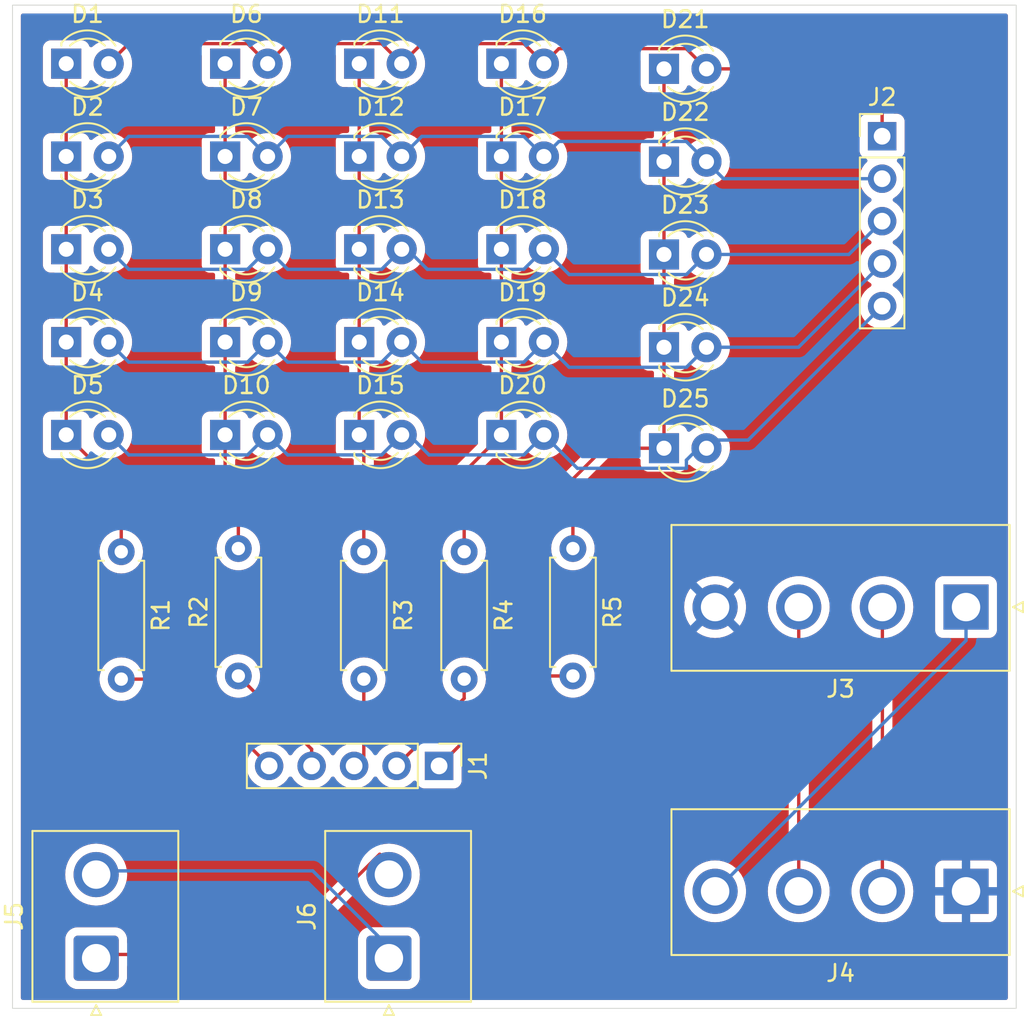
<source format=kicad_pcb>
(kicad_pcb (version 20240108) (generator "pcbnew") (generator_version "8.0")
  (layers (0 "F.Cu" signal) (31 "B.Cu" signal) (34 "B.Paste" user) (35 "F.Paste" user) (36 "B.SilkS" user "B.Silkscreen") (37 "F.SilkS" user "F.Silkscreen") (38 "B.Mask" user) (39 "F.Mask" user) (44 "Edge.Cuts" user))
  (net 0 "")
  (net 1 "Net-(D1-K)")
  (net 2 "Net-(D1-A)")
  (net 3 "Net-(D12-A)")
  (net 4 "Net-(D13-A)")
  (net 5 "Net-(D14-A)")
  (net 6 "Net-(D10-A)")
  (net 7 "Net-(D10-K)")
  (net 8 "Net-(D11-K)")
  (net 9 "Net-(D16-K)")
  (net 10 "Net-(D21-K)")
  (net 11 "Net-(J1-Pin_2)")
  (net 12 "Net-(J1-Pin_1)")
  (net 13 "Net-(J1-Pin_5)")
  (net 14 "Net-(J1-Pin_4)")
  (net 15 "Net-(J1-Pin_3)")
  (net 16 "Net-(J3-Pin_3)")
  (net 17 "+3V3")
  (net 18 "Net-(J3-Pin_2)")
  (net 19 "GND")
  (net 20 "/CAN_L")
  (net 21 "/CAN_H")
  (footprint "LED_THT:LED_D3.0mm" (layer "F.Cu") (at 129.725 58.55)
    (property "Reference" "D17" (at 1.27 -2.96 0) (layer "F.SilkS"))
    (property "Value" "LED")
    (fp_line (start -0.29 -1.236) (end -0.29 -1.08) (stroke (width 0.12)) (layer "F.SilkS"))
    (fp_line (start -0.29 1.08) (end -0.29 1.236) (stroke (width 0.12)) (layer "F.SilkS"))
    (fp_arc (start -0.29 -1.235516) (mid 1.366487 -1.987659) (end 2.942335 -1.078608) (stroke (width 0.12)) (layer "F.SilkS"))
    (fp_arc (start 0.229039 -1.08) (mid 1.270117 -1.5) (end 2.31113 -1.079837) (stroke (width 0.12)) (layer "F.SilkS"))
    (fp_arc (start 2.31113 1.079837) (mid 1.270117 1.5) (end 0.229039 1.08) (stroke (width 0.12)) (layer "F.SilkS"))
    (fp_arc (start 2.942335 1.078608) (mid 1.366487 1.987659) (end -0.29 1.235516) (stroke (width 0.12)) (layer "F.SilkS"))
    (pad "1" thru_hole rect (at 0 0) (size 1.8 1.8) (drill 0.9) (layers "*.Cu" "*.Mask") (net 9 "Net-(D16-K)"))
    (pad "2" thru_hole circle (at 2.54 0) (size 1.8 1.8) (drill 0.9) (layers "*.Cu" "*.Mask") (net 3 "Net-(D12-A)"))
  )
  (footprint "LED_THT:LED_D3.0mm" (layer "F.Cu") (at 129.725 64.1)
    (property "Reference" "D18" (at 1.27 -2.96 0) (layer "F.SilkS"))
    (property "Value" "LED")
    (fp_line (start -0.29 -1.236) (end -0.29 -1.08) (stroke (width 0.12)) (layer "F.SilkS"))
    (fp_line (start -0.29 1.08) (end -0.29 1.236) (stroke (width 0.12)) (layer "F.SilkS"))
    (fp_arc (start -0.29 -1.235516) (mid 1.366487 -1.987659) (end 2.942335 -1.078608) (stroke (width 0.12)) (layer "F.SilkS"))
    (fp_arc (start 0.229039 -1.08) (mid 1.270117 -1.5) (end 2.31113 -1.079837) (stroke (width 0.12)) (layer "F.SilkS"))
    (fp_arc (start 2.31113 1.079837) (mid 1.270117 1.5) (end 0.229039 1.08) (stroke (width 0.12)) (layer "F.SilkS"))
    (fp_arc (start 2.942335 1.078608) (mid 1.366487 1.987659) (end -0.29 1.235516) (stroke (width 0.12)) (layer "F.SilkS"))
    (pad "1" thru_hole rect (at 0 0) (size 1.8 1.8) (drill 0.9) (layers "*.Cu" "*.Mask") (net 9 "Net-(D16-K)"))
    (pad "2" thru_hole circle (at 2.54 0) (size 1.8 1.8) (drill 0.9) (layers "*.Cu" "*.Mask") (net 4 "Net-(D13-A)"))
  )
  (footprint "LED_THT:LED_D3.0mm" (layer "F.Cu") (at 129.725 75.2)
    (property "Reference" "D20" (at 1.27 -2.96 0) (layer "F.SilkS"))
    (property "Value" "LED")
    (fp_line (start -0.29 -1.236) (end -0.29 -1.08) (stroke (width 0.12)) (layer "F.SilkS"))
    (fp_line (start -0.29 1.08) (end -0.29 1.236) (stroke (width 0.12)) (layer "F.SilkS"))
    (fp_arc (start -0.29 -1.235516) (mid 1.366487 -1.987659) (end 2.942335 -1.078608) (stroke (width 0.12)) (layer "F.SilkS"))
    (fp_arc (start 0.229039 -1.08) (mid 1.270117 -1.5) (end 2.31113 -1.079837) (stroke (width 0.12)) (layer "F.SilkS"))
    (fp_arc (start 2.31113 1.079837) (mid 1.270117 1.5) (end 0.229039 1.08) (stroke (width 0.12)) (layer "F.SilkS"))
    (fp_arc (start 2.942335 1.078608) (mid 1.366487 1.987659) (end -0.29 1.235516) (stroke (width 0.12)) (layer "F.SilkS"))
    (pad "1" thru_hole rect (at 0 0) (size 1.8 1.8) (drill 0.9) (layers "*.Cu" "*.Mask") (net 9 "Net-(D16-K)"))
    (pad "2" thru_hole circle (at 2.54 0) (size 1.8 1.8) (drill 0.9) (layers "*.Cu" "*.Mask") (net 6 "Net-(D10-A)"))
  )
  (footprint "Connector_JST:JST_NV_B04P-NV_1x04_P5.00mm_Vertical" (layer "F.Cu") (at 157.5 102.5 180)
    (property "Reference" "J4" (at 7.5 -4.9 360) (layer "F.SilkS"))
    (property "Value" "Conn_01x04")
    (fp_line (start 17.61 4.91) (end 17.61 -3.81) (stroke (width 0.12)) (layer "F.SilkS"))
    (fp_line (start 17.61 -3.81) (end -2.61 -3.81) (stroke (width 0.12)) (layer "F.SilkS"))
    (fp_line (start -2.61 4.91) (end 17.61 4.91) (stroke (width 0.12)) (layer "F.SilkS"))
    (fp_line (start -2.61 -3.81) (end -2.61 4.91) (stroke (width 0.12)) (layer "F.SilkS"))
    (fp_line (start -2.81 0) (end -3.41 0.3) (stroke (width 0.12)) (layer "F.SilkS"))
    (fp_line (start -3.41 0.3) (end -3.41 -0.3) (stroke (width 0.12)) (layer "F.SilkS"))
    (fp_line (start -3.41 -0.3) (end -2.81 0) (stroke (width 0.12)) (layer "F.SilkS"))
    (pad "1" thru_hole rect (at 0 0 180) (size 2.7 2.7) (drill 1.7) (layers "*.Cu" "*.Mask") (net 19 "GND"))
    (pad "2" thru_hole circle (at 5 0 180) (size 2.7 2.7) (drill 1.7) (layers "*.Cu" "*.Mask") (net 18 "Net-(J3-Pin_2)"))
    (pad "3" thru_hole circle (at 10 0 180) (size 2.7 2.7) (drill 1.7) (layers "*.Cu" "*.Mask") (net 16 "Net-(J3-Pin_3)"))
    (pad "4" thru_hole circle (at 15 0 180) (size 2.7 2.7) (drill 1.7) (layers "*.Cu" "*.Mask") (net 17 "+3V3"))
  )
  (footprint "LED_THT:LED_D3.0mm" (layer "F.Cu") (at 103.71 75.2)
    (property "Reference" "D5" (at 1.27 -2.96 0) (layer "F.SilkS"))
    (property "Value" "LED")
    (fp_line (start -0.29 -1.236) (end -0.29 -1.08) (stroke (width 0.12)) (layer "F.SilkS"))
    (fp_line (start -0.29 1.08) (end -0.29 1.236) (stroke (width 0.12)) (layer "F.SilkS"))
    (fp_arc (start -0.29 -1.235516) (mid 1.366487 -1.987659) (end 2.942335 -1.078608) (stroke (width 0.12)) (layer "F.SilkS"))
    (fp_arc (start 0.229039 -1.08) (mid 1.270117 -1.5) (end 2.31113 -1.079837) (stroke (width 0.12)) (layer "F.SilkS"))
    (fp_arc (start 2.31113 1.079837) (mid 1.270117 1.5) (end 0.229039 1.08) (stroke (width 0.12)) (layer "F.SilkS"))
    (fp_arc (start 2.942335 1.078608) (mid 1.366487 1.987659) (end -0.29 1.235516) (stroke (width 0.12)) (layer "F.SilkS"))
    (pad "1" thru_hole rect (at 0 0) (size 1.8 1.8) (drill 0.9) (layers "*.Cu" "*.Mask") (net 1 "Net-(D1-K)"))
    (pad "2" thru_hole circle (at 2.54 0) (size 1.8 1.8) (drill 0.9) (layers "*.Cu" "*.Mask") (net 6 "Net-(D10-A)"))
  )
  (footprint "LED_THT:LED_D3.0mm" (layer "F.Cu") (at 103.71 58.55)
    (property "Reference" "D2" (at 1.27 -2.96 0) (layer "F.SilkS"))
    (property "Value" "LED")
    (fp_line (start -0.29 -1.236) (end -0.29 -1.08) (stroke (width 0.12)) (layer "F.SilkS"))
    (fp_line (start -0.29 1.08) (end -0.29 1.236) (stroke (width 0.12)) (layer "F.SilkS"))
    (fp_arc (start -0.29 -1.235516) (mid 1.366487 -1.987659) (end 2.942335 -1.078608) (stroke (width 0.12)) (layer "F.SilkS"))
    (fp_arc (start 0.229039 -1.08) (mid 1.270117 -1.5) (end 2.31113 -1.079837) (stroke (width 0.12)) (layer "F.SilkS"))
    (fp_arc (start 2.31113 1.079837) (mid 1.270117 1.5) (end 0.229039 1.08) (stroke (width 0.12)) (layer "F.SilkS"))
    (fp_arc (start 2.942335 1.078608) (mid 1.366487 1.987659) (end -0.29 1.235516) (stroke (width 0.12)) (layer "F.SilkS"))
    (pad "1" thru_hole rect (at 0 0) (size 1.8 1.8) (drill 0.9) (layers "*.Cu" "*.Mask") (net 1 "Net-(D1-K)"))
    (pad "2" thru_hole circle (at 2.54 0) (size 1.8 1.8) (drill 0.9) (layers "*.Cu" "*.Mask") (net 3 "Net-(D12-A)"))
  )
  (footprint "LED_THT:LED_D3.0mm" (layer "F.Cu") (at 121.225 53)
    (property "Reference" "D11" (at 1.27 -2.96 0) (layer "F.SilkS"))
    (property "Value" "LED")
    (fp_line (start -0.29 -1.236) (end -0.29 -1.08) (stroke (width 0.12)) (layer "F.SilkS"))
    (fp_line (start -0.29 1.08) (end -0.29 1.236) (stroke (width 0.12)) (layer "F.SilkS"))
    (fp_arc (start -0.29 -1.235516) (mid 1.366487 -1.987659) (end 2.942335 -1.078608) (stroke (width 0.12)) (layer "F.SilkS"))
    (fp_arc (start 0.229039 -1.08) (mid 1.270117 -1.5) (end 2.31113 -1.079837) (stroke (width 0.12)) (layer "F.SilkS"))
    (fp_arc (start 2.31113 1.079837) (mid 1.270117 1.5) (end 0.229039 1.08) (stroke (width 0.12)) (layer "F.SilkS"))
    (fp_arc (start 2.942335 1.078608) (mid 1.366487 1.987659) (end -0.29 1.235516) (stroke (width 0.12)) (layer "F.SilkS"))
    (pad "1" thru_hole rect (at 0 0) (size 1.8 1.8) (drill 0.9) (layers "*.Cu" "*.Mask") (net 8 "Net-(D11-K)"))
    (pad "2" thru_hole circle (at 2.54 0) (size 1.8 1.8) (drill 0.9) (layers "*.Cu" "*.Mask") (net 2 "Net-(D1-A)"))
  )
  (footprint "LED_THT:LED_D3.0mm" (layer "F.Cu") (at 103.71 53)
    (property "Reference" "D1" (at 1.27 -2.96 0) (layer "F.SilkS"))
    (property "Value" "LED")
    (fp_line (start -0.29 -1.236) (end -0.29 -1.08) (stroke (width 0.12)) (layer "F.SilkS"))
    (fp_line (start -0.29 1.08) (end -0.29 1.236) (stroke (width 0.12)) (layer "F.SilkS"))
    (fp_arc (start -0.29 -1.235516) (mid 1.366487 -1.987659) (end 2.942335 -1.078608) (stroke (width 0.12)) (layer "F.SilkS"))
    (fp_arc (start 0.229039 -1.08) (mid 1.270117 -1.5) (end 2.31113 -1.079837) (stroke (width 0.12)) (layer "F.SilkS"))
    (fp_arc (start 2.31113 1.079837) (mid 1.270117 1.5) (end 0.229039 1.08) (stroke (width 0.12)) (layer "F.SilkS"))
    (fp_arc (start 2.942335 1.078608) (mid 1.366487 1.987659) (end -0.29 1.235516) (stroke (width 0.12)) (layer "F.SilkS"))
    (pad "1" thru_hole rect (at 0 0) (size 1.8 1.8) (drill 0.9) (layers "*.Cu" "*.Mask") (net 1 "Net-(D1-K)"))
    (pad "2" thru_hole circle (at 2.54 0) (size 1.8 1.8) (drill 0.9) (layers "*.Cu" "*.Mask") (net 2 "Net-(D1-A)"))
  )
  (footprint "LED_THT:LED_D3.0mm" (layer "F.Cu") (at 121.225 75.2)
    (property "Reference" "D15" (at 1.27 -2.96 0) (layer "F.SilkS"))
    (property "Value" "LED")
    (fp_line (start -0.29 -1.236) (end -0.29 -1.08) (stroke (width 0.12)) (layer "F.SilkS"))
    (fp_line (start -0.29 1.08) (end -0.29 1.236) (stroke (width 0.12)) (layer "F.SilkS"))
    (fp_arc (start -0.29 -1.235516) (mid 1.366487 -1.987659) (end 2.942335 -1.078608) (stroke (width 0.12)) (layer "F.SilkS"))
    (fp_arc (start 0.229039 -1.08) (mid 1.270117 -1.5) (end 2.31113 -1.079837) (stroke (width 0.12)) (layer "F.SilkS"))
    (fp_arc (start 2.31113 1.079837) (mid 1.270117 1.5) (end 0.229039 1.08) (stroke (width 0.12)) (layer "F.SilkS"))
    (fp_arc (start 2.942335 1.078608) (mid 1.366487 1.987659) (end -0.29 1.235516) (stroke (width 0.12)) (layer "F.SilkS"))
    (pad "1" thru_hole rect (at 0 0) (size 1.8 1.8) (drill 0.9) (layers "*.Cu" "*.Mask") (net 8 "Net-(D11-K)"))
    (pad "2" thru_hole circle (at 2.54 0) (size 1.8 1.8) (drill 0.9) (layers "*.Cu" "*.Mask") (net 6 "Net-(D10-A)"))
  )
  (footprint "LED_THT:LED_D3.0mm" (layer "F.Cu") (at 121.225 58.55)
    (property "Reference" "D12" (at 1.27 -2.96 0) (layer "F.SilkS"))
    (property "Value" "LED")
    (fp_line (start -0.29 -1.236) (end -0.29 -1.08) (stroke (width 0.12)) (layer "F.SilkS"))
    (fp_line (start -0.29 1.08) (end -0.29 1.236) (stroke (width 0.12)) (layer "F.SilkS"))
    (fp_arc (start -0.29 -1.235516) (mid 1.366487 -1.987659) (end 2.942335 -1.078608) (stroke (width 0.12)) (layer "F.SilkS"))
    (fp_arc (start 0.229039 -1.08) (mid 1.270117 -1.5) (end 2.31113 -1.079837) (stroke (width 0.12)) (layer "F.SilkS"))
    (fp_arc (start 2.31113 1.079837) (mid 1.270117 1.5) (end 0.229039 1.08) (stroke (width 0.12)) (layer "F.SilkS"))
    (fp_arc (start 2.942335 1.078608) (mid 1.366487 1.987659) (end -0.29 1.235516) (stroke (width 0.12)) (layer "F.SilkS"))
    (pad "1" thru_hole rect (at 0 0) (size 1.8 1.8) (drill 0.9) (layers "*.Cu" "*.Mask") (net 8 "Net-(D11-K)"))
    (pad "2" thru_hole circle (at 2.54 0) (size 1.8 1.8) (drill 0.9) (layers "*.Cu" "*.Mask") (net 3 "Net-(D12-A)"))
  )
  (footprint "LED_THT:LED_D3.0mm" (layer "F.Cu") (at 113.21 69.65)
    (property "Reference" "D9" (at 1.27 -2.96 0) (layer "F.SilkS"))
    (property "Value" "LED")
    (fp_line (start -0.29 -1.236) (end -0.29 -1.08) (stroke (width 0.12)) (layer "F.SilkS"))
    (fp_line (start -0.29 1.08) (end -0.29 1.236) (stroke (width 0.12)) (layer "F.SilkS"))
    (fp_arc (start -0.29 -1.235516) (mid 1.366487 -1.987659) (end 2.942335 -1.078608) (stroke (width 0.12)) (layer "F.SilkS"))
    (fp_arc (start 0.229039 -1.08) (mid 1.270117 -1.5) (end 2.31113 -1.079837) (stroke (width 0.12)) (layer "F.SilkS"))
    (fp_arc (start 2.31113 1.079837) (mid 1.270117 1.5) (end 0.229039 1.08) (stroke (width 0.12)) (layer "F.SilkS"))
    (fp_arc (start 2.942335 1.078608) (mid 1.366487 1.987659) (end -0.29 1.235516) (stroke (width 0.12)) (layer "F.SilkS"))
    (pad "1" thru_hole rect (at 0 0) (size 1.8 1.8) (drill 0.9) (layers "*.Cu" "*.Mask") (net 7 "Net-(D10-K)"))
    (pad "2" thru_hole circle (at 2.54 0) (size 1.8 1.8) (drill 0.9) (layers "*.Cu" "*.Mask") (net 5 "Net-(D14-A)"))
  )
  (footprint "LED_THT:LED_D3.0mm" (layer "F.Cu") (at 113.21 53)
    (property "Reference" "D6" (at 1.27 -2.96 0) (layer "F.SilkS"))
    (property "Value" "LED")
    (fp_line (start -0.29 -1.236) (end -0.29 -1.08) (stroke (width 0.12)) (layer "F.SilkS"))
    (fp_line (start -0.29 1.08) (end -0.29 1.236) (stroke (width 0.12)) (layer "F.SilkS"))
    (fp_arc (start -0.29 -1.235516) (mid 1.366487 -1.987659) (end 2.942335 -1.078608) (stroke (width 0.12)) (layer "F.SilkS"))
    (fp_arc (start 0.229039 -1.08) (mid 1.270117 -1.5) (end 2.31113 -1.079837) (stroke (width 0.12)) (layer "F.SilkS"))
    (fp_arc (start 2.31113 1.079837) (mid 1.270117 1.5) (end 0.229039 1.08) (stroke (width 0.12)) (layer "F.SilkS"))
    (fp_arc (start 2.942335 1.078608) (mid 1.366487 1.987659) (end -0.29 1.235516) (stroke (width 0.12)) (layer "F.SilkS"))
    (pad "1" thru_hole rect (at 0 0) (size 1.8 1.8) (drill 0.9) (layers "*.Cu" "*.Mask") (net 7 "Net-(D10-K)"))
    (pad "2" thru_hole circle (at 2.54 0) (size 1.8 1.8) (drill 0.9) (layers "*.Cu" "*.Mask") (net 2 "Net-(D1-A)"))
  )
  (footprint "LED_THT:LED_D3.0mm" (layer "F.Cu") (at 113.21 64.1)
    (property "Reference" "D8" (at 1.27 -2.96 0) (layer "F.SilkS"))
    (property "Value" "LED")
    (fp_line (start -0.29 -1.236) (end -0.29 -1.08) (stroke (width 0.12)) (layer "F.SilkS"))
    (fp_line (start -0.29 1.08) (end -0.29 1.236) (stroke (width 0.12)) (layer "F.SilkS"))
    (fp_arc (start -0.29 -1.235516) (mid 1.366487 -1.987659) (end 2.942335 -1.078608) (stroke (width 0.12)) (layer "F.SilkS"))
    (fp_arc (start 0.229039 -1.08) (mid 1.270117 -1.5) (end 2.31113 -1.079837) (stroke (width 0.12)) (layer "F.SilkS"))
    (fp_arc (start 2.31113 1.079837) (mid 1.270117 1.5) (end 0.229039 1.08) (stroke (width 0.12)) (layer "F.SilkS"))
    (fp_arc (start 2.942335 1.078608) (mid 1.366487 1.987659) (end -0.29 1.235516) (stroke (width 0.12)) (layer "F.SilkS"))
    (pad "1" thru_hole rect (at 0 0) (size 1.8 1.8) (drill 0.9) (layers "*.Cu" "*.Mask") (net 7 "Net-(D10-K)"))
    (pad "2" thru_hole circle (at 2.54 0) (size 1.8 1.8) (drill 0.9) (layers "*.Cu" "*.Mask") (net 4 "Net-(D13-A)"))
  )
  (footprint "LED_THT:LED_D3.0mm" (layer "F.Cu") (at 129.725 53)
    (property "Reference" "D16" (at 1.27 -2.96 0) (layer "F.SilkS"))
    (property "Value" "LED")
    (fp_line (start -0.29 -1.236) (end -0.29 -1.08) (stroke (width 0.12)) (layer "F.SilkS"))
    (fp_line (start -0.29 1.08) (end -0.29 1.236) (stroke (width 0.12)) (layer "F.SilkS"))
    (fp_arc (start -0.29 -1.235516) (mid 1.366487 -1.987659) (end 2.942335 -1.078608) (stroke (width 0.12)) (layer "F.SilkS"))
    (fp_arc (start 0.229039 -1.08) (mid 1.270117 -1.5) (end 2.31113 -1.079837) (stroke (width 0.12)) (layer "F.SilkS"))
    (fp_arc (start 2.31113 1.079837) (mid 1.270117 1.5) (end 0.229039 1.08) (stroke (width 0.12)) (layer "F.SilkS"))
    (fp_arc (start 2.942335 1.078608) (mid 1.366487 1.987659) (end -0.29 1.235516) (stroke (width 0.12)) (layer "F.SilkS"))
    (pad "1" thru_hole rect (at 0 0) (size 1.8 1.8) (drill 0.9) (layers "*.Cu" "*.Mask") (net 9 "Net-(D16-K)"))
    (pad "2" thru_hole circle (at 2.54 0) (size 1.8 1.8) (drill 0.9) (layers "*.Cu" "*.Mask") (net 2 "Net-(D1-A)"))
  )
  (footprint "LED_THT:LED_D3.0mm" (layer "F.Cu") (at 113.21 75.2)
    (property "Reference" "D10" (at 1.27 -2.96 0) (layer "F.SilkS"))
    (property "Value" "LED")
    (fp_line (start -0.29 -1.236) (end -0.29 -1.08) (stroke (width 0.12)) (layer "F.SilkS"))
    (fp_line (start -0.29 1.08) (end -0.29 1.236) (stroke (width 0.12)) (layer "F.SilkS"))
    (fp_arc (start -0.29 -1.235516) (mid 1.366487 -1.987659) (end 2.942335 -1.078608) (stroke (width 0.12)) (layer "F.SilkS"))
    (fp_arc (start 0.229039 -1.08) (mid 1.270117 -1.5) (end 2.31113 -1.079837) (stroke (width 0.12)) (layer "F.SilkS"))
    (fp_arc (start 2.31113 1.079837) (mid 1.270117 1.5) (end 0.229039 1.08) (stroke (width 0.12)) (layer "F.SilkS"))
    (fp_arc (start 2.942335 1.078608) (mid 1.366487 1.987659) (end -0.29 1.235516) (stroke (width 0.12)) (layer "F.SilkS"))
    (pad "1" thru_hole rect (at 0 0) (size 1.8 1.8) (drill 0.9) (layers "*.Cu" "*.Mask") (net 7 "Net-(D10-K)"))
    (pad "2" thru_hole circle (at 2.54 0) (size 1.8 1.8) (drill 0.9) (layers "*.Cu" "*.Mask") (net 6 "Net-(D10-A)"))
  )
  (footprint "Resistor_THT:R_Axial_DIN0207_L6.3mm_D2.5mm_P7.62mm_Horizontal" (layer "F.Cu") (at 114 89.62 90)
    (property "Reference" "R2" (at 3.81 -2.37 90) (layer "F.SilkS"))
    (property "Value" "R_US")
    (fp_line (start 7.08 -1.37) (end 7.08 -1.04) (stroke (width 0.12)) (layer "F.SilkS"))
    (fp_line (start 0.54 -1.37) (end 7.08 -1.37) (stroke (width 0.12)) (layer "F.SilkS"))
    (fp_line (start 0.54 -1.04) (end 0.54 -1.37) (stroke (width 0.12)) (layer "F.SilkS"))
    (fp_line (start 0.54 1.04) (end 0.54 1.37) (stroke (width 0.12)) (layer "F.SilkS"))
    (fp_line (start 7.08 1.37) (end 7.08 1.04) (stroke (width 0.12)) (layer "F.SilkS"))
    (fp_line (start 0.54 1.37) (end 7.08 1.37) (stroke (width 0.12)) (layer "F.SilkS"))
    (pad "1" thru_hole circle (at 0 0 90) (size 1.6 1.6) (drill 0.8) (layers "*.Cu" "*.Mask") (net 14 "Net-(J1-Pin_4)"))
    (pad "2" thru_hole oval (at 7.62 0 90) (size 1.6 1.6) (drill 0.8) (layers "*.Cu" "*.Mask") (net 7 "Net-(D10-K)"))
  )
  (footprint "Connector_JST:JST_NV_B02P-NV_1x02_P5.00mm_Vertical" (layer "F.Cu") (at 123 106.5 90)
    (property "Reference" "J6" (at 2.5 -4.9 90) (layer "F.SilkS"))
    (property "Value" "Conn_01x02")
    (fp_line (start 7.61 -3.81) (end -2.61 -3.81) (stroke (width 0.12)) (layer "F.SilkS"))
    (fp_line (start -2.61 -3.81) (end -2.61 4.91) (stroke (width 0.12)) (layer "F.SilkS"))
    (fp_line (start -3.41 -0.3) (end -2.81 0) (stroke (width 0.12)) (layer "F.SilkS"))
    (fp_line (start -2.81 0) (end -3.41 0.3) (stroke (width 0.12)) (layer "F.SilkS"))
    (fp_line (start -3.41 0.3) (end -3.41 -0.3) (stroke (width 0.12)) (layer "F.SilkS"))
    (fp_line (start 7.61 4.91) (end 7.61 -3.81) (stroke (width 0.12)) (layer "F.SilkS"))
    (fp_line (start -2.61 4.91) (end 7.61 4.91) (stroke (width 0.12)) (layer "F.SilkS"))
    (pad "1" thru_hole roundrect (at 0 0 90) (size 2.7 2.7) (drill 1.7) (layers "*.Cu" "*.Mask") (roundrect_rratio 0.092593) (net 20 "/CAN_L"))
    (pad "2" thru_hole circle (at 5 0 90) (size 2.7 2.7) (drill 1.7) (layers "*.Cu" "*.Mask") (net 21 "/CAN_H"))
  )
  (footprint "LED_THT:LED_D3.0mm" (layer "F.Cu") (at 139.445 53.31)
    (property "Reference" "D21" (at 1.27 -2.96 0) (layer "F.SilkS"))
    (property "Value" "LED")
    (fp_line (start -0.29 -1.236) (end -0.29 -1.08) (stroke (width 0.12)) (layer "F.SilkS"))
    (fp_line (start -0.29 1.08) (end -0.29 1.236) (stroke (width 0.12)) (layer "F.SilkS"))
    (fp_arc (start -0.29 -1.235516) (mid 1.366487 -1.987659) (end 2.942335 -1.078608) (stroke (width 0.12)) (layer "F.SilkS"))
    (fp_arc (start 0.229039 -1.08) (mid 1.270117 -1.5) (end 2.31113 -1.079837) (stroke (width 0.12)) (layer "F.SilkS"))
    (fp_arc (start 2.31113 1.079837) (mid 1.270117 1.5) (end 0.229039 1.08) (stroke (width 0.12)) (layer "F.SilkS"))
    (fp_arc (start 2.942335 1.078608) (mid 1.366487 1.987659) (end -0.29 1.235516) (stroke (width 0.12)) (layer "F.SilkS"))
    (pad "1" thru_hole rect (at 0 0) (size 1.8 1.8) (drill 0.9) (layers "*.Cu" "*.Mask") (net 10 "Net-(D21-K)"))
    (pad "2" thru_hole circle (at 2.54 0) (size 1.8 1.8) (drill 0.9) (layers "*.Cu" "*.Mask") (net 2 "Net-(D1-A)"))
  )
  (footprint "LED_THT:LED_D3.0mm" (layer "F.Cu") (at 103.71 64.1)
    (property "Reference" "D3" (at 1.27 -2.96 0) (layer "F.SilkS"))
    (property "Value" "LED")
    (fp_line (start -0.29 -1.236) (end -0.29 -1.08) (stroke (width 0.12)) (layer "F.SilkS"))
    (fp_line (start -0.29 1.08) (end -0.29 1.236) (stroke (width 0.12)) (layer "F.SilkS"))
    (fp_arc (start -0.29 -1.235516) (mid 1.366487 -1.987659) (end 2.942335 -1.078608) (stroke (width 0.12)) (layer "F.SilkS"))
    (fp_arc (start 0.229039 -1.08) (mid 1.270117 -1.5) (end 2.31113 -1.079837) (stroke (width 0.12)) (layer "F.SilkS"))
    (fp_arc (start 2.31113 1.079837) (mid 1.270117 1.5) (end 0.229039 1.08) (stroke (width 0.12)) (layer "F.SilkS"))
    (fp_arc (start 2.942335 1.078608) (mid 1.366487 1.987659) (end -0.29 1.235516) (stroke (width 0.12)) (layer "F.SilkS"))
    (pad "1" thru_hole rect (at 0 0) (size 1.8 1.8) (drill 0.9) (layers "*.Cu" "*.Mask") (net 1 "Net-(D1-K)"))
    (pad "2" thru_hole circle (at 2.54 0) (size 1.8 1.8) (drill 0.9) (layers "*.Cu" "*.Mask") (net 4 "Net-(D13-A)"))
  )
  (footprint "Resistor_THT:R_Axial_DIN0207_L6.3mm_D2.5mm_P7.62mm_Horizontal" (layer "F.Cu") (at 127.5 82.19 -90)
    (property "Reference" "R4" (at 3.81 -2.37 90) (layer "F.SilkS"))
    (property "Value" "R_US")
    (fp_line (start 0.54 1.37) (end 7.08 1.37) (stroke (width 0.12)) (layer "F.SilkS"))
    (fp_line (start 7.08 1.37) (end 7.08 1.04) (stroke (width 0.12)) (layer "F.SilkS"))
    (fp_line (start 0.54 1.04) (end 0.54 1.37) (stroke (width 0.12)) (layer "F.SilkS"))
    (fp_line (start 0.54 -1.04) (end 0.54 -1.37) (stroke (width 0.12)) (layer "F.SilkS"))
    (fp_line (start 0.54 -1.37) (end 7.08 -1.37) (stroke (width 0.12)) (layer "F.SilkS"))
    (fp_line (start 7.08 -1.37) (end 7.08 -1.04) (stroke (width 0.12)) (layer "F.SilkS"))
    (pad "1" thru_hole circle (at 0 0 270) (size 1.6 1.6) (drill 0.8) (layers "*.Cu" "*.Mask") (net 9 "Net-(D16-K)"))
    (pad "2" thru_hole oval (at 7.62 0 270) (size 1.6 1.6) (drill 0.8) (layers "*.Cu" "*.Mask") (net 11 "Net-(J1-Pin_2)"))
  )
  (footprint "LED_THT:LED_D3.0mm" (layer "F.Cu") (at 139.445 69.96)
    (property "Reference" "D24" (at 1.27 -2.96 0) (layer "F.SilkS"))
    (property "Value" "LED")
    (fp_line (start -0.29 -1.236) (end -0.29 -1.08) (stroke (width 0.12)) (layer "F.SilkS"))
    (fp_line (start -0.29 1.08) (end -0.29 1.236) (stroke (width 0.12)) (layer "F.SilkS"))
    (fp_arc (start -0.29 -1.235516) (mid 1.366487 -1.987659) (end 2.942335 -1.078608) (stroke (width 0.12)) (layer "F.SilkS"))
    (fp_arc (start 0.229039 -1.08) (mid 1.270117 -1.5) (end 2.31113 -1.079837) (stroke (width 0.12)) (layer "F.SilkS"))
    (fp_arc (start 2.31113 1.079837) (mid 1.270117 1.5) (end 0.229039 1.08) (stroke (width 0.12)) (layer "F.SilkS"))
    (fp_arc (start 2.942335 1.078608) (mid 1.366487 1.987659) (end -0.29 1.235516) (stroke (width 0.12)) (layer "F.SilkS"))
    (pad "1" thru_hole rect (at 0 0) (size 1.8 1.8) (drill 0.9) (layers "*.Cu" "*.Mask") (net 10 "Net-(D21-K)"))
    (pad "2" thru_hole circle (at 2.54 0) (size 1.8 1.8) (drill 0.9) (layers "*.Cu" "*.Mask") (net 5 "Net-(D14-A)"))
  )
  (footprint "Connector_JST:JST_NV_B04P-NV_1x04_P5.00mm_Vertical" (layer "F.Cu") (at 157.5 85.5 180)
    (property "Reference" "J3" (at 7.5 -4.9 360) (layer "F.SilkS"))
    (property "Value" "Conn_01x04")
    (fp_line (start 17.61 4.91) (end 17.61 -3.81) (stroke (width 0.12)) (layer "F.SilkS"))
    (fp_line (start 17.61 -3.81) (end -2.61 -3.81) (stroke (width 0.12)) (layer "F.SilkS"))
    (fp_line (start -2.61 4.91) (end 17.61 4.91) (stroke (width 0.12)) (layer "F.SilkS"))
    (fp_line (start -2.61 -3.81) (end -2.61 4.91) (stroke (width 0.12)) (layer "F.SilkS"))
    (fp_line (start -2.81 0) (end -3.41 0.3) (stroke (width 0.12)) (layer "F.SilkS"))
    (fp_line (start -3.41 0.3) (end -3.41 -0.3) (stroke (width 0.12)) (layer "F.SilkS"))
    (fp_line (start -3.41 -0.3) (end -2.81 0) (stroke (width 0.12)) (layer "F.SilkS"))
    (pad "1" thru_hole rect (at 0 0 180) (size 2.7 2.7) (drill 1.7) (layers "*.Cu" "*.Mask") (net 17 "+3V3"))
    (pad "2" thru_hole circle (at 5 0 180) (size 2.7 2.7) (drill 1.7) (layers "*.Cu" "*.Mask") (net 18 "Net-(J3-Pin_2)"))
    (pad "3" thru_hole circle (at 10 0 180) (size 2.7 2.7) (drill 1.7) (layers "*.Cu" "*.Mask") (net 16 "Net-(J3-Pin_3)"))
    (pad "4" thru_hole circle (at 15 0 180) (size 2.7 2.7) (drill 1.7) (layers "*.Cu" "*.Mask") (net 19 "GND"))
  )
  (footprint "Connector_PinHeader_2.54mm:PinHeader_1x05_P2.54mm_Vertical" (layer "F.Cu") (at 126 95 -90)
    (property "Reference" "J1" (at 0 -2.33 90) (layer "F.SilkS"))
    (property "Value" "Conn_01x05")
    (fp_line (start -1.33 11.49) (end 1.33 11.49) (stroke (width 0.12)) (layer "F.SilkS"))
    (fp_line (start -1.33 1.27) (end -1.33 11.49) (stroke (width 0.12)) (layer "F.SilkS"))
    (fp_line (start -1.33 1.27) (end 1.33 1.27) (stroke (width 0.12)) (layer "F.SilkS"))
    (fp_line (start 1.33 1.27) (end 1.33 11.49) (stroke (width 0.12)) (layer "F.SilkS"))
    (fp_line (start -1.33 0) (end -1.33 -1.33) (stroke (width 0.12)) (layer "F.SilkS"))
    (fp_line (start -1.33 -1.33) (end 0 -1.33) (stroke (width 0.12)) (layer "F.SilkS"))
    (pad "1" thru_hole rect (at 0 0 270) (size 1.7 1.7) (drill 1) (layers "*.Cu" "*.Mask") (net 12 "Net-(J1-Pin_1)"))
    (pad "2" thru_hole oval (at 0 2.54 270) (size 1.7 1.7) (drill 1) (layers "*.Cu" "*.Mask") (net 11 "Net-(J1-Pin_2)"))
    (pad "3" thru_hole oval (at 0 5.08 270) (size 1.7 1.7) (drill 1) (layers "*.Cu" "*.Mask") (net 15 "Net-(J1-Pin_3)"))
    (pad "4" thru_hole oval (at 0 7.62 270) (size 1.7 1.7) (drill 1) (layers "*.Cu" "*.Mask") (net 14 "Net-(J1-Pin_4)"))
    (pad "5" thru_hole oval (at 0 10.16 270) (size 1.7 1.7) (drill 1) (layers "*.Cu" "*.Mask") (net 13 "Net-(J1-Pin_5)"))
  )
  (footprint "LED_THT:LED_D3.0mm" (layer "F.Cu") (at 129.725 69.65)
    (property "Reference" "D19" (at 1.27 -2.96 0) (layer "F.SilkS"))
    (property "Value" "LED")
    (fp_line (start -0.29 -1.236) (end -0.29 -1.08) (stroke (width 0.12)) (layer "F.SilkS"))
    (fp_line (start -0.29 1.08) (end -0.29 1.236) (stroke (width 0.12)) (layer "F.SilkS"))
    (fp_arc (start -0.29 -1.235516) (mid 1.366487 -1.987659) (end 2.942335 -1.078608) (stroke (width 0.12)) (layer "F.SilkS"))
    (fp_arc (start 0.229039 -1.08) (mid 1.270117 -1.5) (end 2.31113 -1.079837) (stroke (width 0.12)) (layer "F.SilkS"))
    (fp_arc (start 2.31113 1.079837) (mid 1.270117 1.5) (end 0.229039 1.08) (stroke (width 0.12)) (layer "F.SilkS"))
    (fp_arc (start 2.942335 1.078608) (mid 1.366487 1.987659) (end -0.29 1.235516) (stroke (width 0.12)) (layer "F.SilkS"))
    (pad "1" thru_hole rect (at 0 0) (size 1.8 1.8) (drill 0.9) (layers "*.Cu" "*.Mask") (net 9 "Net-(D16-K)"))
    (pad "2" thru_hole circle (at 2.54 0) (size 1.8 1.8) (drill 0.9) (layers "*.Cu" "*.Mask") (net 5 "Net-(D14-A)"))
  )
  (footprint "Resistor_THT:R_Axial_DIN0207_L6.3mm_D2.5mm_P7.62mm_Horizontal" (layer "F.Cu") (at 107 82.19 -90)
    (property "Reference" "R1" (at 3.81 -2.37 90) (layer "F.SilkS"))
    (property "Value" "R_US")
    (fp_line (start 0.54 1.37) (end 7.08 1.37) (stroke (width 0.12)) (layer "F.SilkS"))
    (fp_line (start 7.08 1.37) (end 7.08 1.04) (stroke (width 0.12)) (layer "F.SilkS"))
    (fp_line (start 0.54 1.04) (end 0.54 1.37) (stroke (width 0.12)) (layer "F.SilkS"))
    (fp_line (start 0.54 -1.04) (end 0.54 -1.37) (stroke (width 0.12)) (layer "F.SilkS"))
    (fp_line (start 0.54 -1.37) (end 7.08 -1.37) (stroke (width 0.12)) (layer "F.SilkS"))
    (fp_line (start 7.08 -1.37) (end 7.08 -1.04) (stroke (width 0.12)) (layer "F.SilkS"))
    (pad "1" thru_hole circle (at 0 0 270) (size 1.6 1.6) (drill 0.8) (layers "*.Cu" "*.Mask") (net 1 "Net-(D1-K)"))
    (pad "2" thru_hole oval (at 7.62 0 270) (size 1.6 1.6) (drill 0.8) (layers "*.Cu" "*.Mask") (net 13 "Net-(J1-Pin_5)"))
  )
  (footprint "LED_THT:LED_D3.0mm" (layer "F.Cu") (at 139.445 64.41)
    (property "Reference" "D23" (at 1.27 -2.96 0) (layer "F.SilkS"))
    (property "Value" "LED")
    (fp_line (start -0.29 -1.236) (end -0.29 -1.08) (stroke (width 0.12)) (layer "F.SilkS"))
    (fp_line (start -0.29 1.08) (end -0.29 1.236) (stroke (width 0.12)) (layer "F.SilkS"))
    (fp_arc (start -0.29 -1.235516) (mid 1.366487 -1.987659) (end 2.942335 -1.078608) (stroke (width 0.12)) (layer "F.SilkS"))
    (fp_arc (start 0.229039 -1.08) (mid 1.270117 -1.5) (end 2.31113 -1.079837) (stroke (width 0.12)) (layer "F.SilkS"))
    (fp_arc (start 2.31113 1.079837) (mid 1.270117 1.5) (end 0.229039 1.08) (stroke (width 0.12)) (layer "F.SilkS"))
    (fp_arc (start 2.942335 1.078608) (mid 1.366487 1.987659) (end -0.29 1.235516) (stroke (width 0.12)) (layer "F.SilkS"))
    (pad "1" thru_hole rect (at 0 0) (size 1.8 1.8) (drill 0.9) (layers "*.Cu" "*.Mask") (net 10 "Net-(D21-K)"))
    (pad "2" thru_hole circle (at 2.54 0) (size 1.8 1.8) (drill 0.9) (layers "*.Cu" "*.Mask") (net 4 "Net-(D13-A)"))
  )
  (footprint "Connector_PinHeader_2.54mm:PinHeader_1x05_P2.54mm_Vertical" (layer "F.Cu") (at 152.485 57.34)
    (property "Reference" "J2" (at 0 -2.335 0) (layer "F.SilkS"))
    (property "Value" "Conn_01x05")
    (fp_line (start -1.33 -1.33) (end 0 -1.33) (stroke (width 0.12)) (layer "F.SilkS"))
    (fp_line (start -1.33 0) (end -1.33 -1.33) (stroke (width 0.12)) (layer "F.SilkS"))
    (fp_line (start -1.33 1.27) (end -1.33 11.49) (stroke (width 0.12)) (layer "F.SilkS"))
    (fp_line (start -1.33 1.27) (end 1.33 1.27) (stroke (width 0.12)) (layer "F.SilkS"))
    (fp_line (start -1.33 11.49) (end 1.33 11.49) (stroke (width 0.12)) (layer "F.SilkS"))
    (fp_line (start 1.33 1.27) (end 1.33 11.49) (stroke (width 0.12)) (layer "F.SilkS"))
    (pad "1" thru_hole rect (at 0 0) (size 1.7 1.7) (drill 1) (layers "*.Cu" "*.Mask") (net 2 "Net-(D1-A)"))
    (pad "2" thru_hole oval (at 0 2.54) (size 1.7 1.7) (drill 1) (layers "*.Cu" "*.Mask") (net 3 "Net-(D12-A)"))
    (pad "3" thru_hole oval (at 0 5.08) (size 1.7 1.7) (drill 1) (layers "*.Cu" "*.Mask") (net 4 "Net-(D13-A)"))
    (pad "4" thru_hole oval (at 0 7.62) (size 1.7 1.7) (drill 1) (layers "*.Cu" "*.Mask") (net 5 "Net-(D14-A)"))
    (pad "5" thru_hole oval (at 0 10.16) (size 1.7 1.7) (drill 1) (layers "*.Cu" "*.Mask") (net 6 "Net-(D10-A)"))
  )
  (footprint "LED_THT:LED_D3.0mm" (layer "F.Cu") (at 113.21 58.55)
    (property "Reference" "D7" (at 1.27 -2.96 0) (layer "F.SilkS"))
    (property "Value" "LED")
    (fp_line (start -0.29 -1.236) (end -0.29 -1.08) (stroke (width 0.12)) (layer "F.SilkS"))
    (fp_line (start -0.29 1.08) (end -0.29 1.236) (stroke (width 0.12)) (layer "F.SilkS"))
    (fp_arc (start -0.29 -1.235516) (mid 1.366487 -1.987659) (end 2.942335 -1.078608) (stroke (width 0.12)) (layer "F.SilkS"))
    (fp_arc (start 0.229039 -1.08) (mid 1.270117 -1.5) (end 2.31113 -1.079837) (stroke (width 0.12)) (layer "F.SilkS"))
    (fp_arc (start 2.31113 1.079837) (mid 1.270117 1.5) (end 0.229039 1.08) (stroke (width 0.12)) (layer "F.SilkS"))
    (fp_arc (start 2.942335 1.078608) (mid 1.366487 1.987659) (end -0.29 1.235516) (stroke (width 0.12)) (layer "F.SilkS"))
    (pad "1" thru_hole rect (at 0 0) (size 1.8 1.8) (drill 0.9) (layers "*.Cu" "*.Mask") (net 7 "Net-(D10-K)"))
    (pad "2" thru_hole circle (at 2.54 0) (size 1.8 1.8) (drill 0.9) (layers "*.Cu" "*.Mask") (net 3 "Net-(D12-A)"))
  )
  (footprint "Resistor_THT:R_Axial_DIN0207_L6.3mm_D2.5mm_P7.62mm_Horizontal" (layer "F.Cu") (at 121.5 82.19 -90)
    (property "Reference" "R3" (at 3.81 -2.37 90) (layer "F.SilkS"))
    (property "Value" "R_US")
    (fp_line (start 0.54 1.37) (end 7.08 1.37) (stroke (width 0.12)) (layer "F.SilkS"))
    (fp_line (start 7.08 1.37) (end 7.08 1.04) (stroke (width 0.12)) (layer "F.SilkS"))
    (fp_line (start 0.54 1.04) (end 0.54 1.37) (stroke (width 0.12)) (layer "F.SilkS"))
    (fp_line (start 0.54 -1.04) (end 0.54 -1.37) (stroke (width 0.12)) (layer "F.SilkS"))
    (fp_line (start 0.54 -1.37) (end 7.08 -1.37) (stroke (width 0.12)) (layer "F.SilkS"))
    (fp_line (start 7.08 -1.37) (end 7.08 -1.04) (stroke (width 0.12)) (layer "F.SilkS"))
    (pad "1" thru_hole circle (at 0 0 270) (size 1.6 1.6) (drill 0.8) (layers "*.Cu" "*.Mask") (net 8 "Net-(D11-K)"))
    (pad "2" thru_hole oval (at 7.62 0 270) (size 1.6 1.6) (drill 0.8) (layers "*.Cu" "*.Mask") (net 15 "Net-(J1-Pin_3)"))
  )
  (footprint "LED_THT:LED_D3.0mm" (layer "F.Cu") (at 121.225 69.65)
    (property "Reference" "D14" (at 1.27 -2.96 0) (layer "F.SilkS"))
    (property "Value" "LED")
    (fp_line (start -0.29 -1.236) (end -0.29 -1.08) (stroke (width 0.12)) (layer "F.SilkS"))
    (fp_line (start -0.29 1.08) (end -0.29 1.236) (stroke (width 0.12)) (layer "F.SilkS"))
    (fp_arc (start -0.29 -1.235516) (mid 1.366487 -1.987659) (end 2.942335 -1.078608) (stroke (width 0.12)) (layer "F.SilkS"))
    (fp_arc (start 0.229039 -1.08) (mid 1.270117 -1.5) (end 2.31113 -1.079837) (stroke (width 0.12)) (layer "F.SilkS"))
    (fp_arc (start 2.31113 1.079837) (mid 1.270117 1.5) (end 0.229039 1.08) (stroke (width 0.12)) (layer "F.SilkS"))
    (fp_arc (start 2.942335 1.078608) (mid 1.366487 1.987659) (end -0.29 1.235516) (stroke (width 0.12)) (layer "F.SilkS"))
    (pad "1" thru_hole rect (at 0 0) (size 1.8 1.8) (drill 0.9) (layers "*.Cu" "*.Mask") (net 8 "Net-(D11-K)"))
    (pad "2" thru_hole circle (at 2.54 0) (size 1.8 1.8) (drill 0.9) (layers "*.Cu" "*.Mask") (net 5 "Net-(D14-A)"))
  )
  (footprint "LED_THT:LED_D3.0mm" (layer "F.Cu") (at 139.445 76)
    (property "Reference" "D25" (at 1.27 -2.96 0) (layer "F.SilkS"))
    (property "Value" "LED")
    (fp_line (start -0.29 -1.236) (end -0.29 -1.08) (stroke (width 0.12)) (layer "F.SilkS"))
    (fp_line (start -0.29 1.08) (end -0.29 1.236) (stroke (width 0.12)) (layer "F.SilkS"))
    (fp_arc (start -0.29 -1.235516) (mid 1.366487 -1.987659) (end 2.942335 -1.078608) (stroke (width 0.12)) (layer "F.SilkS"))
    (fp_arc (start 0.229039 -1.08) (mid 1.270117 -1.5) (end 2.31113 -1.079837) (stroke (width 0.12)) (layer "F.SilkS"))
    (fp_arc (start 2.31113 1.079837) (mid 1.270117 1.5) (end 0.229039 1.08) (stroke (width 0.12)) (layer "F.SilkS"))
    (fp_arc (start 2.942335 1.078608) (mid 1.366487 1.987659) (end -0.29 1.235516) (stroke (width 0.12)) (layer "F.SilkS"))
    (pad "1" thru_hole rect (at 0 0) (size 1.8 1.8) (drill 0.9) (layers "*.Cu" "*.Mask") (net 10 "Net-(D21-K)"))
    (pad "2" thru_hole circle (at 2.54 0) (size 1.8 1.8) (drill 0.9) (layers "*.Cu" "*.Mask") (net 6 "Net-(D10-A)"))
  )
  (footprint "Connector_JST:JST_NV_B02P-NV_1x02_P5.00mm_Vertical" (layer "F.Cu") (at 105.5 106.5 90)
    (property "Reference" "J5" (at 2.5 -4.9 90) (layer "F.SilkS"))
    (property "Value" "Conn_01x02")
    (fp_line (start 7.61 -3.81) (end -2.61 -3.81) (stroke (width 0.12)) (layer "F.SilkS"))
    (fp_line (start -2.61 -3.81) (end -2.61 4.91) (stroke (width 0.12)) (layer "F.SilkS"))
    (fp_line (start -3.41 -0.3) (end -2.81 0) (stroke (width 0.12)) (layer "F.SilkS"))
    (fp_line (start -2.81 0) (end -3.41 0.3) (stroke (width 0.12)) (layer "F.SilkS"))
    (fp_line (start -3.41 0.3) (end -3.41 -0.3) (stroke (width 0.12)) (layer "F.SilkS"))
    (fp_line (start 7.61 4.91) (end 7.61 -3.81) (stroke (width 0.12)) (layer "F.SilkS"))
    (fp_line (start -2.61 4.91) (end 7.61 4.91) (stroke (width 0.12)) (layer "F.SilkS"))
    (pad "1" thru_hole roundrect (at 0 0 90) (size 2.7 2.7) (drill 1.7) (layers "*.Cu" "*.Mask") (roundrect_rratio 0.092593) (net 21 "/CAN_H"))
    (pad "2" thru_hole circle (at 5 0 90) (size 2.7 2.7) (drill 1.7) (layers "*.Cu" "*.Mask") (net 20 "/CAN_L"))
  )
  (footprint "LED_THT:LED_D3.0mm" (layer "F.Cu") (at 103.71 69.65)
    (property "Reference" "D4" (at 1.27 -2.96 0) (layer "F.SilkS"))
    (property "Value" "LED")
    (fp_line (start -0.29 -1.236) (end -0.29 -1.08) (stroke (width 0.12)) (layer "F.SilkS"))
    (fp_line (start -0.29 1.08) (end -0.29 1.236) (stroke (width 0.12)) (layer "F.SilkS"))
    (fp_arc (start -0.29 -1.235516) (mid 1.366487 -1.987659) (end 2.942335 -1.078608) (stroke (width 0.12)) (layer "F.SilkS"))
    (fp_arc (start 0.229039 -1.08) (mid 1.270117 -1.5) (end 2.31113 -1.079837) (stroke (width 0.12)) (layer "F.SilkS"))
    (fp_arc (start 2.31113 1.079837) (mid 1.270117 1.5) (end 0.229039 1.08) (stroke (width 0.12)) (layer "F.SilkS"))
    (fp_arc (start 2.942335 1.078608) (mid 1.366487 1.987659) (end -0.29 1.235516) (stroke (width 0.12)) (layer "F.SilkS"))
    (pad "1" thru_hole rect (at 0 0) (size 1.8 1.8) (drill 0.9) (layers "*.Cu" "*.Mask") (net 1 "Net-(D1-K)"))
    (pad "2" thru_hole circle (at 2.54 0) (size 1.8 1.8) (drill 0.9) (layers "*.Cu" "*.Mask") (net 5 "Net-(D14-A)"))
  )
  (footprint "LED_THT:LED_D3.0mm" (layer "F.Cu") (at 121.225 64.1)
    (property "Reference" "D13" (at 1.27 -2.96 0) (layer "F.SilkS"))
    (property "Value" "LED")
    (fp_line (start -0.29 -1.236) (end -0.29 -1.08) (stroke (width 0.12)) (layer "F.SilkS"))
    (fp_line (start -0.29 1.08) (end -0.29 1.236) (stroke (width 0.12)) (layer "F.SilkS"))
    (fp_arc (start -0.29 -1.235516) (mid 1.366487 -1.987659) (end 2.942335 -1.078608) (stroke (width 0.12)) (layer "F.SilkS"))
    (fp_arc (start 0.229039 -1.08) (mid 1.270117 -1.5) (end 2.31113 -1.079837) (stroke (width 0.12)) (layer "F.SilkS"))
    (fp_arc (start 2.31113 1.079837) (mid 1.270117 1.5) (end 0.229039 1.08) (stroke (width 0.12)) (layer "F.SilkS"))
    (fp_arc (start 2.942335 1.078608) (mid 1.366487 1.987659) (end -0.29 1.235516) (stroke (width 0.12)) (layer "F.SilkS"))
    (pad "1" thru_hole rect (at 0 0) (size 1.8 1.8) (drill 0.9) (layers "*.Cu" "*.Mask") (net 8 "Net-(D11-K)"))
    (pad "2" thru_hole circle (at 2.54 0) (size 1.8 1.8) (drill 0.9) (layers "*.Cu" "*.Mask") (net 4 "Net-(D13-A)"))
  )
  (footprint "LED_THT:LED_D3.0mm" (layer "F.Cu") (at 139.445 58.86)
    (property "Reference" "D22" (at 1.27 -2.96 0) (layer "F.SilkS"))
    (property "Value" "LED")
    (fp_line (start -0.29 -1.236) (end -0.29 -1.08) (stroke (width 0.12)) (layer "F.SilkS"))
    (fp_line (start -0.29 1.08) (end -0.29 1.236) (stroke (width 0.12)) (layer "F.SilkS"))
    (fp_arc (start -0.29 -1.235516) (mid 1.366487 -1.987659) (end 2.942335 -1.078608) (stroke (width 0.12)) (layer "F.SilkS"))
    (fp_arc (start 0.229039 -1.08) (mid 1.270117 -1.5) (end 2.31113 -1.079837) (stroke (width 0.12)) (layer "F.SilkS"))
    (fp_arc (start 2.31113 1.079837) (mid 1.270117 1.5) (end 0.229039 1.08) (stroke (width 0.12)) (layer "F.SilkS"))
    (fp_arc (start 2.942335 1.078608) (mid 1.366487 1.987659) (end -0.29 1.235516) (stroke (width 0.12)) (layer "F.SilkS"))
    (pad "1" thru_hole rect (at 0 0) (size 1.8 1.8) (drill 0.9) (layers "*.Cu" "*.Mask") (net 10 "Net-(D21-K)"))
    (pad "2" thru_hole circle (at 2.54 0) (size 1.8 1.8) (drill 0.9) (layers "*.Cu" "*.Mask") (net 3 "Net-(D12-A)"))
  )
  (footprint "Resistor_THT:R_Axial_DIN0207_L6.3mm_D2.5mm_P7.62mm_Horizontal" (layer "F.Cu") (at 134 82 -90)
    (property "Reference" "R5" (at 3.81 -2.37 90) (layer "F.SilkS"))
    (property "Value" "R_US")
    (fp_line (start 0.54 1.37) (end 7.08 1.37) (stroke (width 0.12)) (layer "F.SilkS"))
    (fp_line (start 7.08 1.37) (end 7.08 1.04) (stroke (width 0.12)) (layer "F.SilkS"))
    (fp_line (start 0.54 1.04) (end 0.54 1.37) (stroke (width 0.12)) (layer "F.SilkS"))
    (fp_line (start 0.54 -1.04) (end 0.54 -1.37) (stroke (width 0.12)) (layer "F.SilkS"))
    (fp_line (start 0.54 -1.37) (end 7.08 -1.37) (stroke (width 0.12)) (layer "F.SilkS"))
    (fp_line (start 7.08 -1.37) (end 7.08 -1.04) (stroke (width 0.12)) (layer "F.SilkS"))
    (pad "1" thru_hole circle (at 0 0 270) (size 1.6 1.6) (drill 0.8) (layers "*.Cu" "*.Mask") (net 10 "Net-(D21-K)"))
    (pad "2" thru_hole oval (at 7.62 0 270) (size 1.6 1.6) (drill 0.8) (layers "*.Cu" "*.Mask") (net 12 "Net-(J1-Pin_1)"))
  )
  (gr_rect (start 100.5 49.5) (end 160.5 109.5) (stroke (width 0.05)) (fill none) (layer "Edge.Cuts"))
  (segment (start 107 82.19) (end 107 78.49) (width 0.2) (layer "F.Cu") (net 1))
  (segment (start 103.71 53) (end 103.71 58.55) (width 0.2) (layer "F.Cu") (net 1))
  (segment (start 103.71 64.1) (end 103.71 69.65) (width 0.2) (layer "F.Cu") (net 1))
  (segment (start 103.71 69.65) (end 103.71 75.2) (width 0.2) (layer "F.Cu") (net 1))
  (segment (start 107 78.49) (end 103.71 75.2) (width 0.2) (layer "F.Cu") (net 1))
  (segment (start 103.71 58.55) (end 103.71 64.1) (width 0.2) (layer "F.Cu") (net 1))
  (segment (start 123.765 53) (end 124.965 51.8) (width 0.2) (layer "F.Cu") (net 2))
  (segment (start 140.775 52.1) (end 141.985 53.31) (width 0.2) (layer "F.Cu") (net 2))
  (segment (start 116.95 51.8) (end 122.565 51.8) (width 0.2) (layer "F.Cu") (net 2))
  (segment (start 107.45 51.8) (end 114.55 51.8) (width 0.2) (layer "F.Cu") (net 2))
  (segment (start 152.5 53.5) (end 152.485 53.515) (width 0.2) (layer "F.Cu") (net 2))
  (segment (start 131.065 51.8) (end 132.265 53) (width 0.2) (layer "F.Cu") (net 2))
  (segment (start 152.31 53.31) (end 152.5 53.5) (width 0.2) (layer "F.Cu") (net 2))
  (segment (start 115.75 53) (end 116.95 51.8) (width 0.2) (layer "F.Cu") (net 2))
  (segment (start 122.565 51.8) (end 123.765 53) (width 0.2) (layer "F.Cu") (net 2))
  (segment (start 124.965 51.8) (end 131.065 51.8) (width 0.2) (layer "F.Cu") (net 2))
  (segment (start 132.265 53) (end 133.165 52.1) (width 0.2) (layer "F.Cu") (net 2))
  (segment (start 133.165 52.1) (end 140.775 52.1) (width 0.2) (layer "F.Cu") (net 2))
  (segment (start 152.485 53.515) (end 152.485 57.34) (width 0.2) (layer "F.Cu") (net 2))
  (segment (start 106.25 53) (end 107.45 51.8) (width 0.2) (layer "F.Cu") (net 2))
  (segment (start 114.55 51.8) (end 115.75 53) (width 0.2) (layer "F.Cu") (net 2))
  (segment (start 141.985 53.31) (end 152.31 53.31) (width 0.2) (layer "F.Cu") (net 2))
  (segment (start 124.965 57.35) (end 131.065 57.35) (width 0.2) (layer "B.Cu") (net 3))
  (segment (start 122.565 57.35) (end 123.765 58.55) (width 0.2) (layer "B.Cu") (net 3))
  (segment (start 143.005 59.88) (end 152.485 59.88) (width 0.2) (layer "B.Cu") (net 3))
  (segment (start 123.765 58.55) (end 124.965 57.35) (width 0.2) (layer "B.Cu") (net 3))
  (segment (start 140.775 57.65) (end 141.985 58.86) (width 0.2) (layer "B.Cu") (net 3))
  (segment (start 132.265 58.55) (end 133.165 57.65) (width 0.2) (layer "B.Cu") (net 3))
  (segment (start 114.55 57.35) (end 115.75 58.55) (width 0.2) (layer "B.Cu") (net 3))
  (segment (start 116.95 57.35) (end 122.565 57.35) (width 0.2) (layer "B.Cu") (net 3))
  (segment (start 106.25 58.55) (end 107.45 57.35) (width 0.2) (layer "B.Cu") (net 3))
  (segment (start 141.985 58.86) (end 143.005 59.88) (width 0.2) (layer "B.Cu") (net 3))
  (segment (start 107.45 57.35) (end 114.55 57.35) (width 0.2) (layer "B.Cu") (net 3))
  (segment (start 131.065 57.35) (end 132.265 58.55) (width 0.2) (layer "B.Cu") (net 3))
  (segment (start 115.75 58.55) (end 116.95 57.35) (width 0.2) (layer "B.Cu") (net 3))
  (segment (start 133.165 57.65) (end 140.775 57.65) (width 0.2) (layer "B.Cu") (net 3))
  (segment (start 131.065 65.3) (end 132.265 64.1) (width 0.2) (layer "B.Cu") (net 4))
  (segment (start 133.775 65.61) (end 140.785 65.61) (width 0.2) (layer "B.Cu") (net 4))
  (segment (start 132.265 64.1) (end 133.775 65.61) (width 0.2) (layer "B.Cu") (net 4))
  (segment (start 123.765 64.1) (end 124.1 64.1) (width 0.2) (layer "B.Cu") (net 4))
  (segment (start 140.785 65.61) (end 141.985 64.41) (width 0.2) (layer "B.Cu") (net 4))
  (segment (start 150.495 64.41) (end 152.485 62.42) (width 0.2) (layer "B.Cu") (net 4))
  (segment (start 116.95 65.3) (end 122.565 65.3) (width 0.2) (layer "B.Cu") (net 4))
  (segment (start 124.1 64.1) (end 125.3 65.3) (width 0.2) (layer "B.Cu") (net 4))
  (segment (start 107.45 65.3) (end 114.55 65.3) (width 0.2) (layer "B.Cu") (net 4))
  (segment (start 106.25 64.1) (end 107.45 65.3) (width 0.2) (layer "B.Cu") (net 4))
  (segment (start 115.75 64.1) (end 116.95 65.3) (width 0.2) (layer "B.Cu") (net 4))
  (segment (start 125.3 65.3) (end 131.065 65.3) (width 0.2) (layer "B.Cu") (net 4))
  (segment (start 114.55 65.3) (end 115.75 64.1) (width 0.2) (layer "B.Cu") (net 4))
  (segment (start 122.565 65.3) (end 123.765 64.1) (width 0.2) (layer "B.Cu") (net 4))
  (segment (start 141.985 64.41) (end 150.495 64.41) (width 0.2) (layer "B.Cu") (net 4))
  (segment (start 147.485 69.96) (end 152.485 64.96) (width 0.2) (layer "B.Cu") (net 5))
  (segment (start 124.965 70.85) (end 131.065 70.85) (width 0.2) (layer "B.Cu") (net 5))
  (segment (start 114.55 70.85) (end 115.75 69.65) (width 0.2) (layer "B.Cu") (net 5))
  (segment (start 131.065 70.85) (end 132.265 69.65) (width 0.2) (layer "B.Cu") (net 5))
  (segment (start 140.785 71.16) (end 141.985 69.96) (width 0.2) (layer "B.Cu") (net 5))
  (segment (start 107.45 70.85) (end 114.55 70.85) (width 0.2) (layer "B.Cu") (net 5))
  (segment (start 132.265 69.65) (end 133.775 71.16) (width 0.2) (layer "B.Cu") (net 5))
  (segment (start 122.565 70.85) (end 123.765 69.65) (width 0.2) (layer "B.Cu") (net 5))
  (segment (start 123.765 69.65) (end 124.965 70.85) (width 0.2) (layer "B.Cu") (net 5))
  (segment (start 106.25 69.65) (end 107.45 70.85) (width 0.2) (layer "B.Cu") (net 5))
  (segment (start 133.775 71.16) (end 140.785 71.16) (width 0.2) (layer "B.Cu") (net 5))
  (segment (start 116.95 70.85) (end 122.565 70.85) (width 0.2) (layer "B.Cu") (net 5))
  (segment (start 141.985 69.96) (end 147.485 69.96) (width 0.2) (layer "B.Cu") (net 5))
  (segment (start 115.75 69.65) (end 116.95 70.85) (width 0.2) (layer "B.Cu") (net 5))
  (segment (start 107.45 76.4) (end 114.55 76.4) (width 0.2) (layer "B.Cu") (net 6))
  (segment (start 122.565 76.4) (end 123.765 75.2) (width 0.2) (layer "B.Cu") (net 6))
  (segment (start 131.065 76.4) (end 132.265 75.2) (width 0.2) (layer "B.Cu") (net 6))
  (segment (start 132.265 75.2) (end 134.265 77.2) (width 0.2) (layer "B.Cu") (net 6))
  (segment (start 124.2 75.2) (end 125.4 76.4) (width 0.2) (layer "B.Cu") (net 6))
  (segment (start 125.4 76.4) (end 131.065 76.4) (width 0.2) (layer "B.Cu") (net 6))
  (segment (start 114.55 76.4) (end 115.75 75.2) (width 0.2) (layer "B.Cu") (net 6))
  (segment (start 106.25 75.2) (end 107.45 76.4) (width 0.2) (layer "B.Cu") (net 6))
  (segment (start 141.985 75.51) (end 144.475 75.51) (width 0.2) (layer "B.Cu") (net 6))
  (segment (start 115.75 75.2) (end 116.95 76.4) (width 0.2) (layer "B.Cu") (net 6))
  (segment (start 123.765 75.2) (end 124.2 75.2) (width 0.2) (layer "B.Cu") (net 6))
  (segment (start 144.475 75.51) (end 152.485 67.5) (width 0.2) (layer "B.Cu") (net 6))
  (segment (start 116.95 76.4) (end 122.565 76.4) (width 0.2) (layer "B.Cu") (net 6))
  (segment (start 134.265 77.2) (end 140.785 77.2) (width 0.2) (layer "B.Cu") (net 6))
  (segment (start 140.785 76.71) (end 141.985 75.51) (width 0.2) (layer "B.Cu") (net 6))
  (segment (start 140.785 77.2) (end 140.785 76.71) (width 0.2) (layer "B.Cu") (net 6))
  (segment (start 114 79.19) (end 113.21 78.4) (width 0.2) (layer "F.Cu") (net 7))
  (segment (start 113.21 69.65) (end 113.21 75.2) (width 0.2) (layer "F.Cu") (net 7))
  (segment (start 113.21 53) (end 113.21 69.65) (width 0.2) (layer "F.Cu") (net 7))
  (segment (start 113.21 75.2) (end 113.21 78.4) (width 0.2) (layer "F.Cu") (net 7))
  (segment (start 114 82) (end 114 79.19) (width 0.2) (layer "F.Cu") (net 7))
  (segment (start 121.225 81.915) (end 121.5 82.19) (width 0.2) (layer "F.Cu") (net 8))
  (segment (start 121.5 75.475) (end 121.225 75.2) (width 0.2) (layer "F.Cu") (net 8))
  (segment (start 121.225 58.725) (end 121.225 69.65) (width 0.2) (layer "F.Cu") (net 8))
  (segment (start 121.05 58.55) (end 121.225 58.725) (width 0.2) (layer "F.Cu") (net 8))
  (segment (start 121.5 82.19) (end 121.5 75.475) (width 0.2) (layer "F.Cu") (net 8))
  (segment (start 121.225 75.2) (end 121.225 69.65) (width 0.2) (layer "F.Cu") (net 8))
  (segment (start 121.225 53) (end 121.225 58.55) (width 0.2) (layer "F.Cu") (net 8))
  (segment (start 121.225 58.55) (end 121.05 58.55) (width 0.2) (layer "F.Cu") (net 8))
  (segment (start 129.725 75.2) (end 129.725 53) (width 0.2) (layer "F.Cu") (net 9))
  (segment (start 127.5 77.425) (end 129.725 75.2) (width 0.2) (layer "F.Cu") (net 9))
  (segment (start 127.5 82.19) (end 127.5 77.425) (width 0.2) (layer "F.Cu") (net 9))
  (segment (start 136.33 75.51) (end 136.82 76) (width 0.2) (layer "F.Cu") (net 10))
  (segment (start 136.33 75.51) (end 134 77.84) (width 0.2) (layer "F.Cu") (net 10))
  (segment (start 139.445 76) (end 139.445 53.31) (width 0.2) (layer "F.Cu") (net 10))
  (segment (start 134 77.84) (end 134 82) (width 0.2) (layer "F.Cu") (net 10))
  (segment (start 136.82 76) (end 139.445 76) (width 0.2) (layer "F.Cu") (net 10))
  (segment (start 127.5 90.96) (end 123.46 95) (width 0.2) (layer "F.Cu") (net 11))
  (segment (start 127.5 89.81) (end 127.5 90.96) (width 0.2) (layer "F.Cu") (net 11))
  (segment (start 131.38 89.62) (end 134 89.62) (width 0.2) (layer "F.Cu") (net 12))
  (segment (start 126 95) (end 131.38 89.62) (width 0.2) (layer "F.Cu") (net 12))
  (segment (start 110.65 89.81) (end 115.84 95) (width 0.2) (layer "F.Cu") (net 13))
  (segment (start 107 89.81) (end 110.65 89.81) (width 0.2) (layer "F.Cu") (net 13))
  (segment (start 114 89.62) (end 118.38 94) (width 0.2) (layer "F.Cu") (net 14))
  (segment (start 118.38 94) (end 118.38 95) (width 0.2) (layer "F.Cu") (net 14))
  (segment (start 121.5 94.42) (end 120.92 95) (width 0.2) (layer "F.Cu") (net 15))
  (segment (start 121.5 89.81) (end 121.5 94.42) (width 0.2) (layer "F.Cu") (net 15))
  (segment (start 147.5 85.5) (end 147.5 102.5) (width 0.2) (layer "F.Cu") (net 16))
  (segment (start 157.5 85.5) (end 157.5 87.5) (width 0.2) (layer "B.Cu") (net 17))
  (segment (start 157.5 87.5) (end 142.5 102.5) (width 0.2) (layer "B.Cu") (net 17))
  (segment (start 152.5 85.5) (end 152.5 102.5) (width 0.2) (layer "F.Cu") (net 18))
  (segment (start 104.45 101.2775) (end 118.45 101.2775) (width 0.2) (layer "B.Cu") (net 20))
  (segment (start 118.45 101.2775) (end 122.45 105.2775) (width 0.2) (layer "B.Cu") (net 20))
  (segment (start 116.45 106.2775) (end 122.45 100.2775) (width 0.2) (layer "F.Cu") (net 21))
  (segment (start 104.45 106.2775) (end 116.45 106.2775) (width 0.2) (layer "F.Cu") (net 21))
  (zone (net 0) (net_name "") (layer "F.Cu") (connect_pads (clearance 0.5)) (min_thickness 0.25) (fill yes (thermal_gap 0.5) (thermal_bridge_width 0.5) (island_removal_mode 1) (island_area_min 10))
    (polygon (pts (xy 100.5 49.5) (xy 100.5 109.5) (xy 160.5 109.5) (xy 160.5 49.5)))
  )
  (zone (net 19) (net_name "GND") (layer "B.Cu") (priority 1) (connect_pads (clearance 0.5)) (min_thickness 0.25) (fill yes (thermal_gap 0.5) (thermal_bridge_width 0.5))
    (polygon (pts (xy 100.5 49.5) (xy 100.5 109.5) (xy 160.5 109.5) (xy 160.5 49.5)))
  )
)
</source>
